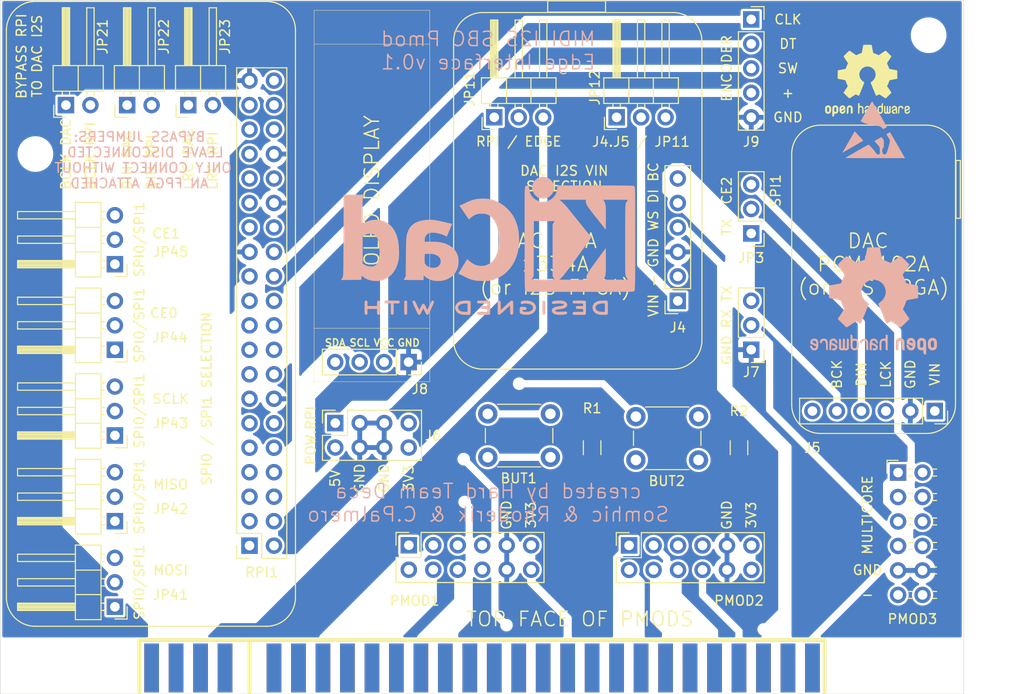
<source format=kicad_pcb>
(kicad_pcb (version 20211014) (generator pcbnew)
  (layers (0 "F.Cu" signal) (31 "B.Cu" signal) (34 "B.Paste" user) (35 "F.Paste" user) (36 "B.SilkS" user "B.Silkscreen") (37 "F.SilkS" user "F.Silkscreen") (38 "B.Mask" user) (39 "F.Mask" user) (44 "Edge.Cuts" user))
  (net 0 "")
  (net 1 "/B26_WSEL_LRCLK_I2S")
  (net 2 "/A27_DIN_I2S")
  (net 3 "/A8_PMOD1_D0")
  (net 4 "/B2_BCLK_I2S")
  (net 5 "/B16_UART_RX_MIDI")
  (net 6 "/B1_UART_TX")
  (net 11 "/SDA_RPI")
  (net 13 "/SCL_RPI")
  (net 14 "/PIMIDI_BUT5")
  (net 15 "/A2_SPI1_CE1")
  (net 23 "/A10_PMOD1_D2")
  (net 24 "/A12_PMOD1_D4")
  (net 25 "/A21_PMOD1_D6")
  (net 26 "/A9_PMOD1_D1")
  (net 27 "/A11_PMOD1_D3")
  (net 33 "/A20_PMOD1_D5")
  (net 34 "/A22_PMOD1_D7")
  (net 46 "/B27_PMOD2_D15")
  (net 48 "/3V3pi")
  (net 49 "/5Vpi")
  (net 50 "/B19_PMOD2_D13")
  (net 52 "GND")
  (net 58 "/B17_PMOD2_D11")
  (net 59 "/A24_PMOD2_D9")
  (net 60 "+3V3")
  (net 61 "/B24_PMOD2_D14")
  (net 62 "/B18_PMOD2_D12")
  (net 63 "/A25_PMOD2_D10")
  (net 64 "/A23_PMOD2_D8")
  (net 65 "/VIN")
  (net 66 "/B14_SPI1_CE0_CLKBD")
  (net 67 "/PIMIDI_BUT2")
  (net 68 "/PIMIDI_B3_CLK")
  (net 69 "/PIMIDI_B4_DAT")
  (net 70 "/A2_CE1")
  (net 71 "/B14_CE0_CLKBD")
  (net 72 "/A28_MISO_WSBD")
  (net 73 "/B1_SPI1_CE2")
  (net 74 "/A1_MOSI")
  (net 75 "/B13_SCLK_DABD")
  (net 76 "+5V")
  (net 77 "/A1_SPI0_MOSI")
  (net 78 "/B1_CE2_UART_TX")
  (net 79 "/A28_SPI0_MISO")
  (net 80 "/B13_SPI0_SCLK")
  (net 81 "/A2_SPI0_CE1")
  (net 82 "/A28_SPI1_MISO_WSBD")
  (net 83 "/A1_SPI1_MOSI")
  (net 84 "/B13_SPI1_SCLK_DABD")
  (net 85 "/B14_SPI0_CE0")
  (net 86 "Net-(BUT1-Pad1)")
  (net 87 "Net-(BUT2-Pad1)")
  (net 88 "/JP11_Vout")
  (footprint "Symbol:OSHW-Logo2_9.8x8mm_SilkScreen" (layer "F.Cu") (at 198.755 81.28)
    (fp_text reference "REF**" hide)
    (fp_text value "OSHW-Logo2_9.8x8mm_SilkScreen" hide)
  )
  (footprint "MountingHole:MountingHole_3.2mm_M3" (layer "F.Cu") (at 112.4 88.9)
    (fp_text reference "H2" hide)
    (fp_text value "MountingHole" hide)
    (pad "" np_thru_hole circle locked (at 0 0) (size 3.2 3.2) (drill 3.2) (layers *.Cu *.Mask))
  )
  (footprint "gomaDOSzero:2X28_SPE2" (layer "F.Cu") (at 124.46 142.24)
    (fp_text reference "EDGE1" hide)
    (fp_text value "ZXSP_ED2X28_SPE_SOL_EDGE" hide)
    (pad "A1" smd rect (at 0 0) (size 1.524 5.08) (layers "B.Cu" "B.Paste" "B.Mask") (net 74 "/A1_MOSI"))
    (pad "A2" smd rect (at 2.54 0) (size 1.524 5.08) (layers "B.Cu" "B.Paste" "B.Mask") (net 70 "/A2_CE1"))
    (pad "A3" smd rect (at 5.08 0) (size 1.524 5.08) (layers "B.Cu" "B.Paste" "B.Mask") (net 76 "+5V"))
    (pad "A4" smd rect (at 7.62 0) (size 1.524 5.08) (layers "B.Cu" "B.Paste" "B.Mask"))
    (pad "A6" smd rect (at 12.7 0) (size 1.524 5.08) (layers "B.Cu" "B.Paste" "B.Mask") (net 52 "GND"))
    (pad "A7" smd rect (at 15.24 0) (size 1.524 5.08) (layers "B.Cu" "B.Paste" "B.Mask") (net 52 "GND"))
    (pad "A8" smd rect (at 17.78 0) (size 1.524 5.08) (layers "B.Cu" "B.Paste" "B.Mask") (net 3 "/A8_PMOD1_D0"))
    (pad "A9" smd rect (at 20.32 0) (size 1.524 5.08) (layers "B.Cu" "B.Paste" "B.Mask") (net 26 "/A9_PMOD1_D1"))
    (pad "A10" smd rect (at 22.86 0) (size 1.524 5.08) (layers "B.Cu" "B.Paste" "B.Mask") (net 23 "/A10_PMOD1_D2"))
    (pad "A11" smd rect (at 25.4 0) (size 1.524 5.08) (layers "B.Cu" "B.Paste" "B.Mask") (net 27 "/A11_PMOD1_D3"))
    (pad "A12" smd rect (at 27.94 0) (size 1.524 5.08) (layers "B.Cu" "B.Paste" "B.Mask") (net 24 "/A12_PMOD1_D4"))
    (pad "A13" smd rect (at 30.48 0) (size 1.524 5.08) (layers "B.Cu" "B.Paste" "B.Mask"))
    (pad "A14" smd rect (at 33.02 0) (size 1.524 5.08) (layers "B.Cu" "B.Paste" "B.Mask") (net 52 "GND"))
    (pad "A15" smd rect (at 35.56 0) (size 1.524 5.08) (layers "B.Cu" "B.Paste" "B.Mask"))
    (pad "A16" smd rect (at 38.1 0) (size 1.524 5.08) (layers "B.Cu" "B.Paste" "B.Mask"))
    (pad "A17" smd rect (at 40.64 0) (size 1.524 5.08) (layers "B.Cu" "B.Paste" "B.Mask"))
    (pad "A18" smd rect (at 43.18 0) (size 1.524 5.08) (layers "B.Cu" "B.Paste" "B.Mask") (net 60 "+3V3"))
    (pad "A19" smd rect (at 45.72 0) (size 1.524 5.08) (layers "B.Cu" "B.Paste" "B.Mask"))
    (pad "A20" smd rect (at 48.26 0) (size 1.524 5.08) (layers "B.Cu" "B.Paste" "B.Mask") (net 33 "/A20_PMOD1_D5"))
    (pad "A21" smd rect (at 50.8 0) (size 1.524 5.08) (layers "B.Cu" "B.Paste" "B.Mask") (net 25 "/A21_PMOD1_D6"))
    (pad "A22" smd rect (at 53.34 0) (size 1.524 5.08) (layers "B.Cu" "B.Paste" "B.Mask") (net 34 "/A22_PMOD1_D7"))
    (pad "A23" smd rect (at 55.88 0) (size 1.524 5.08) (layers "B.Cu" "B.Paste" "B.Mask") (net 64 "/A23_PMOD2_D8"))
    (pad "A24" smd rect (at 58.42 0) (size 1.524 5.08) (layers "B.Cu" "B.Paste" "B.Mask") (net 59 "/A24_PMOD2_D9"))
    (pad "A25" smd rect (at 60.96 0) (size 1.524 5.08) (layers "B.Cu" "B.Paste" "B.Mask") (net 63 "/A25_PMOD2_D10"))
    (pad "A26" smd rect (at 63.5 0) (size 1.524 5.08) (layers "B.Cu" "B.Paste" "B.Mask"))
    (pad "A27" smd rect (at 66.04 0) (size 1.524 5.08) (layers "B.Cu" "B.Paste" "B.Mask") (net 2 "/A27_DIN_I2S"))
    (pad "A28" smd rect (at 68.58 0) (size 1.524 5.08) (layers "B.Cu" "B.Paste" "B.Mask") (net 72 "/A28_MISO_WSBD"))
    (pad "B1" smd rect (at 0 0) (size 1.524 5.08) (layers "F.Cu" "F.Paste" "F.Mask") (net 78 "/B1_CE2_UART_TX"))
    (pad "B2" smd rect (at 2.54 0) (size 1.524 5.08) (layers "F.Cu" "F.Paste" "F.Mask") (net 4 "/B2_BCLK_I2S"))
    (pad "B3" smd rect (at 5.08 0) (size 1.524 5.08) (layers "F.Cu" "F.Paste" "F.Mask"))
    (pad "B4" smd rect (at 7.62 0) (size 1.524 5.08) (layers "F.Cu" "F.Paste" "F.Mask"))
    (pad "B6" smd rect (at 12.7 0) (size 1.524 5.08) (layers "F.Cu" "F.Paste" "F.Mask"))
    (pad "B7" smd rect (at 15.24 0) (size 1.524 5.08) (layers "F.Cu" "F.Paste" "F.Mask"))
    (pad "B8" smd rect (at 17.78 0) (size 1.524 5.08) (layers "F.Cu" "F.Paste" "F.Mask"))
    (pad "B9" smd rect (at 20.32 0) (size 1.524 5.08) (layers "F.Cu" "F.Paste" "F.Mask"))
    (pad "B10" smd rect (at 22.86 0) (size 1.524 5.08) (layers "F.Cu" "F.Paste" "F.Mask"))
    (pad "B11" smd rect (at 25.4 0) (size 1.524 5.08) (layers "F.Cu" "F.Paste" "F.Mask"))
    (pad "B12" smd rect (at 27.94 0) (size 1.524 5.08) (layers "F.Cu" "F.Paste" "F.Mask"))
    (pad "B13" smd rect (at 30.48 0) (size 1.524 5.08) (layers "F.Cu" "F.Paste" "F.Mask") (net 75 "/B13_SCLK_DABD"))
    (pad "B14" smd rect (at 33.02 0) (size 1.524 5.08) (layers "F.Cu" "F.Paste" "F.Mask") (net 71 "/B14_CE0_CLKBD"))
    (pad "B15" smd rect (at 35.56 0) (size 1.524 5.08) (layers "F.Cu" "F.Paste" "F.Mask"))
    (pad "B16" smd rect (at 38.1 0) (size 1.524 5.08) (layers "F.Cu" "F.Paste" "F.Mask") (net 5 "/B16_UART_RX_MIDI"))
    (pad "B17" smd rect (at 40.64 0) (size 1.524 5.08) (layers "F.Cu" "F.Paste" "F.Mask") (net 58 "/B17_PMOD2_D11"))
    (pad "B18" smd rect (at 43.18 0) (size 1.524 5.08) (layers "F.Cu" "F.Paste" "F.Mask") (net 62 "/B18_PMOD2_D12"))
    (pad "B19" smd rect (at 45.72 0) (size 1.524 5.08) (layers "F.Cu" "F.Paste" "F.Mask") (net 50 "/B19_PMOD2_D13"))
    (pad "B20" smd rect (at 48.26 0) (size 1.524 5.08) (layers "F.Cu" "F.Paste" "F.Mask"))
    (pad "B21" smd rect (at 50.8 0) (size 1.524 5.08) (layers "F.Cu" "F.Paste" "F.Mask"))
    (pad "B22" smd rect (at 53.34 0) (size 1.524 5.08) (layers "F.Cu" "F.Paste" "F.Mask"))
    (pad "B23" smd rect (at 55.88 0) (size 1.524 5.08) (layers "F.Cu" "F.Paste" "F.Mask"))
    (pad "B24" smd rect (at 58.42 0) (size 1.524 5.08) (layers "F.Cu" "F.Paste" "F.Mask") (net 61 "/B24_PMOD2_D14"))
    (pad "B25" smd rect (at 60.96 0) (size 1.524 5.08) (layers "F.Cu" "F.Paste" "F.Mask"))
    (pad "B26" smd rect (at 63.5 0) (size 1.524 5.08) (layers "F.Cu" "F.Paste" "F.Mask") (net 1 "/B26_WSEL_LRCLK_I2S"))
    (pad "B27" smd rect (at 66.04 0) (size 1.524 5.08) (layers "F.Cu" "F.Paste" "F.Mask") (net 46 "/B27_PMOD2_D15"))
    (pad "B28" smd rect (at 68.58 0) (size 1.524 5.08) (layers "F.Cu" "F.Paste" "F.Mask"))
  )
  (footprint "Button_Switch_THT:SW_PUSH_6mm_H5mm" (layer "F.Cu") (at 165.85 120.37 180)
    (fp_text reference "BUT1" (at 3.29 -2.185) (layer "F.SilkS"))
    (fp_text value "SW_DIP_x01" hide)
    (pad "1" thru_hole circle locked (at 6.5 0 270) (size 2 2) (drill 1.1) (layers *.Cu *.Mask) (net 86 "Net-(BUT1-Pad1)"))
    (pad "1" thru_hole circle locked (at 0 0 270) (size 2 2) (drill 1.1) (layers *.Cu *.Mask) (net 86 "Net-(BUT1-Pad1)"))
    (pad "2" thru_hole circle locked (at 6.5 4.5 270) (size 2 2) (drill 1.1) (layers *.Cu *.Mask) (net 15 "/A2_SPI1_CE1"))
    (pad "2" thru_hole circle locked (at 0 4.5 270) (size 2 2) (drill 1.1) (layers *.Cu *.Mask) (net 15 "/A2_SPI1_CE1"))
  )
  (footprint "Connector_PinHeader_2.54mm:PinHeader_1x03_P2.54mm_Horizontal" (layer "F.Cu") (at 120.65 100.33 180)
    (fp_text reference "JP45" (at -5.785 1.27) (layer "F.SilkS"))
    (fp_text value "Conn_01x03" hide)
    (pad "1" thru_hole rect locked (at 0 0 180) (size 1.7 1.7) (drill 1) (layers *.Cu *.Mask) (net 81 "/A2_SPI0_CE1"))
    (pad "2" thru_hole oval locked (at 0 2.54 180) (size 1.7 1.7) (drill 1) (layers *.Cu *.Mask) (net 70 "/A2_CE1"))
    (pad "3" thru_hole oval locked (at 0 5.08 180) (size 1.7 1.7) (drill 1) (layers *.Cu *.Mask) (net 15 "/A2_SPI1_CE1"))
  )
  (footprint "gomaDOSzero:PCM5102" (layer "F.Cu") (at 193.04 115.57 90)
    (fp_text reference "J5" (at -3.81 0 180) (layer "F.SilkS"))
    (fp_text value "Conn_01x06" hide)
    (pad "1" thru_hole rect (at 0 12.7 270) (size 1.7 1.7) (drill 1) (layers *.Cu *.Mask) (net 65 "/VIN"))
    (pad "2" thru_hole oval (at 0 10.16 270) (size 1.7 1.7) (drill 1) (layers *.Cu *.Mask) (net 52 "GND"))
    (pad "3" thru_hole oval (at 0 7.62 270) (size 1.7 1.7) (drill 1) (layers *.Cu *.Mask) (net 1 "/B26_WSEL_LRCLK_I2S"))
    (pad "4" thru_hole oval (at 0 5.08 270) (size 1.7 1.7) (drill 1) (layers *.Cu *.Mask) (net 2 "/A27_DIN_I2S"))
    (pad "5" thru_hole oval (at 0 2.54 270) (size 1.7 1.7) (drill 1) (layers *.Cu *.Mask) (net 4 "/B2_BCLK_I2S"))
    (pad "6" thru_hole oval (at 0 0 270) (size 1.7 1.7) (drill 1) (layers *.Cu *.Mask))
  )
  (footprint "Resistor_SMD:R_1206_3216Metric_Pad1.30x1.75mm_HandSolder" (layer "F.Cu") (at 170.18 119.38 90)
    (fp_text reference "R1" (at 4.09 0 180) (layer "F.SilkS"))
    (fp_text value "1k")
    (pad "1" smd roundrect locked (at -1.55 0 90) (size 1.3 1.75) (layers "F.Cu" "F.Paste" "F.Mask") (roundrect_rratio 0.192308) (net 52 "GND"))
    (pad "2" smd roundrect locked (at 1.55 0 90) (size 1.3 1.75) (layers "F.Cu" "F.Paste" "F.Mask") (roundrect_rratio 0.192308) (net 86 "Net-(BUT1-Pad1)"))
  )
  (footprint "Button_Switch_THT:SW_PUSH_6mm_H5mm" (layer "F.Cu") (at 181.22 120.65 180)
    (fp_text reference "BUT2" (at 3.29 -2.185) (layer "F.SilkS"))
    (fp_text value "SW_DIP_x01" hide)
    (pad "1" thru_hole circle locked (at 6.5 0 270) (size 2 2) (drill 1.1) (layers *.Cu *.Mask) (net 87 "Net-(BUT2-Pad1)"))
    (pad "1" thru_hole circle locked (at 0 0 270) (size 2 2) (drill 1.1) (layers *.Cu *.Mask) (net 87 "Net-(BUT2-Pad1)"))
    (pad "2" thru_hole circle locked (at 0 4.5 270) (size 2 2) (drill 1.1) (layers *.Cu *.Mask) (net 67 "/PIMIDI_BUT2"))
    (pad "2" thru_hole circle locked (at 6.5 4.5 270) (size 2 2) (drill 1.1) (layers *.Cu *.Mask) (net 67 "/PIMIDI_BUT2"))
  )
  (footprint "Connector_PinHeader_2.54mm:PinHeader_1x03_P2.54mm_Horizontal" (layer "F.Cu") (at 120.65 118.11 180)
    (fp_text reference "JP43" (at -5.785 1.27) (layer "F.SilkS"))
    (fp_text value "Conn_01x03" hide)
    (pad "1" thru_hole rect locked (at 0 0 180) (size 1.7 1.7) (drill 1) (layers *.Cu *.Mask) (net 80 "/B13_SPI0_SCLK"))
    (pad "2" thru_hole oval locked (at 0 2.54 180) (size 1.7 1.7) (drill 1) (layers *.Cu *.Mask) (net 75 "/B13_SCLK_DABD"))
    (pad "3" thru_hole oval locked (at 0 5.08 180) (size 1.7 1.7) (drill 1) (layers *.Cu *.Mask) (net 84 "/B13_SPI1_SCLK_DABD"))
  )
  (footprint "Connector_PinHeader_2.54mm:PinHeader_1x03_P2.54mm_Horizontal" (layer "F.Cu") (at 120.65 109.22 180)
    (fp_text reference "JP44" (at -5.715 1.27) (layer "F.SilkS"))
    (fp_text value "Conn_01x03" hide)
    (pad "1" thru_hole rect locked (at 0 0 180) (size 1.7 1.7) (drill 1) (layers *.Cu *.Mask) (net 85 "/B14_SPI0_CE0"))
    (pad "2" thru_hole oval locked (at 0 2.54 180) (size 1.7 1.7) (drill 1) (layers *.Cu *.Mask) (net 71 "/B14_CE0_CLKBD"))
    (pad "3" thru_hole oval locked (at 0 5.08 180) (size 1.7 1.7) (drill 1) (layers *.Cu *.Mask) (net 66 "/B14_SPI1_CE0_CLKBD"))
  )
  (footprint "Connector_PinSocket_2.54mm:PinSocket_2x06_P2.54mm_Vertical" (layer "F.Cu") (at 151.155 129.5 90)
    (fp_text reference "J1" hide)
    (fp_text value "PMOD1" (at -5.755 0.61 180) (layer "F.SilkS"))
    (pad "1" thru_hole rect locked (at 0 0 90) (size 1.7 1.7) (drill 1) (layers *.Cu *.Mask) (net 3 "/A8_PMOD1_D0"))
    (pad "2" thru_hole oval locked (at -2.54 0 90) (size 1.7 1.7) (drill 1) (layers *.Cu *.Mask) (net 26 "/A9_PMOD1_D1"))
    (pad "3" thru_hole oval locked (at 0 2.54 90) (size 1.7 1.7) (drill 1) (layers *.Cu *.Mask) (net 23 "/A10_PMOD1_D2"))
    (pad "4" thru_hole oval locked (at -2.54 2.54 90) (size 1.7 1.7) (drill 1) (layers *.Cu *.Mask) (net 27 "/A11_PMOD1_D3"))
    (pad "5" thru_hole oval locked (at 0 5.08 90) (size 1.7 1.7) (drill 1) (layers *.Cu *.Mask) (net 58 "/B17_PMOD2_D11"))
    (pad "6" thru_hole oval locked (at -2.54 5.08 90) (size 1.7 1.7) (drill 1) (layers *.Cu *.Mask) (net 24 "/A12_PMOD1_D4"))
    (pad "7" thru_hole oval locked (at 0 7.62 90) (size 1.7 1.7) (drill 1) (layers *.Cu *.Mask) (net 50 "/B19_PMOD2_D13"))
    (pad "8" thru_hole oval locked (at -2.54 7.62 90) (size 1.7 1.7) (drill 1) (layers *.Cu *.Mask) (net 62 "/B18_PMOD2_D12"))
    (pad "9" thru_hole oval locked (at 0 10.16 90) (size 1.7 1.7) (drill 1) (layers *.Cu *.Mask) (net 52 "GND"))
    (pad "10" thru_hole oval locked (at -2.54 10.16 90) (size 1.7 1.7) (drill 1) (layers *.Cu *.Mask) (net 52 "GND"))
    (pad "11" thru_hole oval locked (at 0 12.7 90) (size 1.7 1.7) (drill 1) (layers *.Cu *.Mask) (net 60 "+3V3"))
    (pad "12" thru_hole oval locked (at -2.54 12.7 90) (size 1.7 1.7) (drill 1) (layers *.Cu *.Mask) (net 60 "+3V3"))
  )
  (footprint "Connector_PinSocket_2.54mm:PinSocket_2x06_P2.54mm_Vertical" (layer "F.Cu") (at 174.015 129.52 90)
    (fp_text reference "J2" hide)
    (fp_text value "PMOD2" (at -5.735 11.405 180) (layer "F.SilkS"))
    (pad "1" thru_hole rect locked (at 0 0 90) (size 1.7 1.7) (drill 1) (layers *.Cu *.Mask) (net 33 "/A20_PMOD1_D5"))
    (pad "2" thru_hole oval locked (at -2.54 0 90) (size 1.7 1.7) (drill 1) (layers *.Cu *.Mask) (net 25 "/A21_PMOD1_D6"))
    (pad "3" thru_hole oval locked (at 0 2.54 90) (size 1.7 1.7) (drill 1) (layers *.Cu *.Mask) (net 64 "/A23_PMOD2_D8"))
    (pad "4" thru_hole oval locked (at -2.54 2.54 90) (size 1.7 1.7) (drill 1) (layers *.Cu *.Mask) (net 34 "/A22_PMOD1_D7"))
    (pad "5" thru_hole oval locked (at 0 5.08 90) (size 1.7 1.7) (drill 1) (layers *.Cu *.Mask) (net 61 "/B24_PMOD2_D14"))
    (pad "6" thru_hole oval locked (at -2.54 5.08 90) (size 1.7 1.7) (drill 1) (layers *.Cu *.Mask) (net 59 "/A24_PMOD2_D9"))
    (pad "7" thru_hole oval locked (at 0 7.62 90) (size 1.7 1.7) (drill 1) (layers *.Cu *.Mask) (net 46 "/B27_PMOD2_D15"))
    (pad "8" thru_hole oval locked (at -2.54 7.62 90) (size 1.7 1.7) (drill 1) (layers *.Cu *.Mask) (net 63 "/A25_PMOD2_D10"))
    (pad "9" thru_hole oval locked (at 0 10.16 90) (size 1.7 1.7) (drill 1) (layers *.Cu *.Mask) (net 52 "GND"))
    (pad "10" thru_hole oval locked (at -2.54 10.16 90) (size 1.7 1.7) (drill 1) (layers *.Cu *.Mask) (net 52 "GND"))
    (pad "11" thru_hole oval locked (at 0 12.7 90) (size 1.7 1.7) (drill 1) (layers *.Cu *.Mask) (net 60 "+3V3"))
    (pad "12" thru_hole oval locked (at -2.54 12.7 90) (size 1.7 1.7) (drill 1) (layers *.Cu *.Mask) (net 60 "+3V3"))
  )
  (footprint "gomaDOSzero:UDA1334" (layer "F.Cu") (at 179.07 104.14 180)
    (fp_text reference "J4" (at 0 -2.77 180) (layer "F.SilkS"))
    (fp_text value "Conn_01x06" hide)
    (fp_text user "VIN - GND WS DI BC" (at 2.54 6.35 90 unlocked) (layer "F.SilkS"))
    (pad "1" thru_hole rect (at 0 0 180) (size 1.7 1.7) (drill 1) (layers *.Cu *.Mask) (net 65 "/VIN"))
    (pad "2" thru_hole oval (at 0 2.54 180) (size 1.7 1.7) (drill 1) (layers *.Cu *.Mask))
    (pad "3" thru_hole oval (at 0 5.08 180) (size 1.7 1.7) (drill 1) (layers *.Cu *.Mask) (net 52 "GND"))
    (pad "4" thru_hole oval (at 0 7.62 180) (size 1.7 1.7) (drill 1) (layers *.Cu *.Mask) (net 1 "/B26_WSEL_LRCLK_I2S"))
    (pad "5" thru_hole oval (at 0 10.16 180) (size 1.7 1.7) (drill 1) (layers *.Cu *.Mask) (net 2 "/A27_DIN_I2S"))
    (pad "6" thru_hole oval (at 0 12.7 180) (size 1.7 1.7) (drill 1) (layers *.Cu *.Mask) (net 4 "/B2_BCLK_I2S"))
  )
  (footprint "Connector_PinHeader_2.54mm:PinHeader_1x03_P2.54mm_Vertical" (layer "F.Cu") (at 186.69 97.14 180)
    (fp_text reference "JP3" (at 0 -2.54) (layer "F.SilkS"))
    (fp_text value "Conn_01x03" hide)
    (pad "1" thru_hole rect locked (at 0 0 180) (size 1.7 1.7) (drill 1) (layers *.Cu *.Mask) (net 6 "/B1_UART_TX"))
    (pad "2" thru_hole oval locked (at 0 2.54 180) (size 1.7 1.7) (drill 1) (layers *.Cu *.Mask) (net 78 "/B1_CE2_UART_TX"))
    (pad "3" thru_hole oval locked (at 0 5.08 180) (size 1.7 1.7) (drill 1) (layers *.Cu *.Mask) (net 73 "/B1_SPI1_CE2"))
  )
  (footprint "Connector_PinHeader_2.54mm:PinHeader_1x03_P2.54mm_Horizontal" (layer "F.Cu") (at 172.72 85.09 90)
    (fp_text reference "JP12" (at 3.08 -2.27 90) (layer "F.SilkS"))
    (fp_text value "Conn_01x03" hide)
    (pad "1" thru_hole rect locked (at 0 0 90) (size 1.7 1.7) (drill 1) (layers *.Cu *.Mask) (net 65 "/VIN"))
    (pad "2" thru_hole oval locked (at 0 2.54 90) (size 1.7 1.7) (drill 1) (layers *.Cu *.Mask) (net 65 "/VIN"))
    (pad "3" thru_hole oval locked (at 0 5.08 90) (size 1.7 1.7) (drill 1) (layers *.Cu *.Mask) (net 88 "/JP11_Vout"))
  )
  (footprint "Connector_PinHeader_2.54mm:PinHeader_1x03_P2.54mm_Vertical" (layer "F.Cu") (at 186.69 109.205 180)
    (fp_text reference "J7" (at 0 -2.33) (layer "F.SilkS"))
    (fp_text value "Conn_01x03" hide)
    (pad "1" thru_hole rect locked (at 0 0 180) (size 1.7 1.7) (drill 1) (layers *.Cu *.Mask) (net 52 "GND"))
    (pad "2" thru_hole oval locked (at 0 2.54 180) (size 1.7 1.7) (drill 1) (layers *.Cu *.Mask) (net 5 "/B16_UART_RX_MIDI"))
    (pad "3" thru_hole oval locked (at 0 5.08 180) (size 1.7 1.7) (drill 1) (layers *.Cu *.Mask) (net 6 "/B1_UART_TX"))
  )
  (footprint "Connector_PinHeader_2.54mm:PinHeader_1x02_P2.54mm_Horizontal" (layer "F.Cu") (at 128.27 83.82 90)
    (fp_text reference "JP23" (at 7.1 3.81 270) (layer "F.SilkS"))
    (fp_text value "Conn_01x02" hide)
    (pad "1" thru_hole rect locked (at 0 0 90) (size 1.7 1.7) (drill 1) (layers *.Cu *.Mask) (net 1 "/B26_WSEL_LRCLK_I2S"))
    (pad "2" thru_hole oval locked (at 0 2.54 90) (size 1.7 1.7) (drill 1) (layers *.Cu *.Mask) (net 82 "/A28_SPI1_MISO_WSBD"))
  )
  (footprint "Connector_PinSocket_2.54mm:PinSocket_2x20_P2.54mm_Vertical" (layer "F.Cu") (at 134.62 129.54 180)
    (fp_text reference "RPI1" (at -1.27 -2.77) (layer "F.SilkS"))
    (fp_text value "RASPBERRYPI_BPLUS_BONNETNODIM" hide)
    (pad "1" thru_hole rect (at 0 0 180) (size 1.7 1.7) (drill 1) (layers *.Cu *.Mask) (net 48 "/3V3pi"))
    (pad "2" thru_hole oval (at -2.54 0 180) (size 1.7 1.7) (drill 1) (layers *.Cu *.Mask) (net 49 "/5Vpi"))
    (pad "3" thru_hole oval (at 0 2.54 180) (size 1.7 1.7) (drill 1) (layers *.Cu *.Mask) (net 11 "/SDA_RPI"))
    (pad "4" thru_hole oval (at -2.54 2.54 180) (size 1.7 1.7) (drill 1) (layers *.Cu *.Mask) (net 49 "/5Vpi"))
    (pad "5" thru_hole oval (at 0 5.08 180) (size 1.7 1.7) (drill 1) (layers *.Cu *.Mask) (net 13 "/SCL_RPI"))
    (pad "6" thru_hole oval (at -2.54 5.08 180) (size 1.7 1.7) (drill 1) (layers *.Cu *.Mask) (net 52 "GND"))
    (pad "7" thru_hole oval (at 0 7.62 180) (size 1.7 1.7) (drill 1) (layers *.Cu *.Mask) (net 14 "/PIMIDI_BUT5"))
    (pad "8" thru_hole oval (at -2.54 7.62 180) (size 1.7 1.7) (drill 1) (layers *.Cu *.Mask) (net 6 "/B1_UART_TX"))
    (pad "9" thru_hole oval (at 0 10.16 180) (size 1.7 1.7) (drill 1) (layers *.Cu *.Mask) (net 52 "GND"))
    (pad "10" thru_hole oval (at -2.54 10.16 180) (size 1.7 1.7) (drill 1) (layers *.Cu *.Mask) (net 5 "/B16_UART_RX_MIDI"))
    (pad "11" thru_hole oval (at 0 12.7 180) (size 1.7 1.7) (drill 1) (layers *.Cu *.Mask) (net 15 "/A2_SPI1_CE1"))
    (pad "12" thru_hole oval (at -2.54 12.7 180) (size 1.7 1.7) (drill 1) (layers *.Cu *.Mask) (net 66 "/B14_SPI1_CE0_CLKBD"))
    (pad "13" thru_hole oval (at 0 15.24 180) (size 1.7 1.7) (drill 1) (layers *.Cu *.Mask) (net 67 "/PIMIDI_BUT2"))
    (pad "14" thru_hole oval (at -2.54 15.24 180) (size 1.7 1.7) (drill 1) (layers *.Cu *.Mask) (net 52 "GND"))
    (pad "15" thru_hole oval (at 0 17.78 180) (size 1.7 1.7) (drill 1) (layers *.Cu *.Mask) (net 68 "/PIMIDI_B3_CLK"))
    (pad "16" thru_hole oval (at -2.54 17.78 180) (size 1.7 1.7) (drill 1) (layers *.Cu *.Mask) (net 69 "/PIMIDI_B4_DAT"))
    (pad "17" thru_hole oval (at 0 20.32 180) (size 1.7 1.7) (drill 1) (layers *.Cu *.Mask) (net 48 "/3V3pi"))
    (pad "18" thru_hole oval (at -2.54 20.32 180) (size 1.7 1.7) (drill 1) (layers *.Cu *.Mask))
    (pad "19" thru_hole oval (at 0 22.86 180) (size 1.7 1.7) (drill 1) (layers *.Cu *.Mask) (net 77 "/A1_SPI0_MOSI"))
    (pad "20" thru_hole oval (at -2.54 22.86 180) (size 1.7 1.7) (drill 1) (layers *.Cu *.Mask) (net 52 "GND"))
    (pad "21" thru_hole oval (at 0 25.4 180) (size 1.7 1.7) (drill 1) (layers *.Cu *.Mask) (net 79 "/A28_SPI0_MISO"))
    (pad "22" thru_hole oval (at -2.54 25.4 180) (size 1.7 1.7) (drill 1) (layers *.Cu *.Mask))
    (pad "23" thru_hole oval (at 0 27.94 180) (size 1.7 1.7) (drill 1) (layers *.Cu *.Mask) (net 80 "/B13_SPI0_SCLK"))
    (pad "24" thru_hole oval (at -2.54 27.94 180) (size 1.7 1.7) (drill 1) (layers *.Cu *.Mask) (net 85 "/B14_SPI0_CE0"))
    (pad "25" thru_hole oval (at 0 30.48 180) (size 1.7 1.7) (drill 1) (layers *.Cu *.Mask) (net 52 "GND"))
    (pad "26" thru_hole oval (at -2.54 30.48 180) (size 1.7 1.7) (drill 1) (layers *.Cu *.Mask) (net 81 "/A2_SPI0_CE1"))
    (pad "27" thru_hole oval (at 0 33.02 180) (size 1.7 1.7) (drill 1) (layers *.Cu *.Mask))
    (pad "28" thru_hole oval (at -2.54 33.02 180) (size 1.7 1.7) (drill 1) (layers *.Cu *.Mask))
    (pad "29" thru_hole oval (at 0 35.56 180) (size 1.7 1.7) (drill 1) (layers *.Cu *.Mask))
    (pad "30" thru_hole oval (at -2.54 35.56 180) (size 1.7 1.7) (drill 1) (layers *.Cu *.Mask) (net 52 "GND"))
    (pad "31" thru_hole oval (at 0 38.1 180) (size 1.7 1.7) (drill 1) (layers *.Cu *.Mask))
    (pad "32" thru_hole oval (at -2.54 38.1 180) (size 1.7 1.7) (drill 1) (layers *.Cu *.Mask))
    (pad "33" thru_hole oval (at 0 40.64 180) (size 1.7 1.7) (drill 1) (layers *.Cu *.Mask))
    (pad "34" thru_hole oval (at -2.54 40.64 180) (size 1.7 1.7) (drill 1) (layers *.Cu *.Mask) (net 52 "GND"))
    (pad "35" thru_hole oval (at 0 43.18 180) (size 1.7 1.7) (drill 1) (layers *.Cu *.Mask) (net 82 "/A28_SPI1_MISO_WSBD"))
    (pad "36" thru_hole oval (at -2.54 43.18 180) (size 1.7 1.7) (drill 1) (layers *.Cu *.Mask) (net 73 "/B1_SPI1_CE2"))
    (pad "37" thru_hole oval (at 0 45.72 180) (size 1.7 1.7) (drill 1) (layers *.Cu *.Mask))
    (pad "38" thru_hole oval (at -2.54 45.72 180) (size 1.7 1.7) (drill 1) (layers *.Cu *.Mask) (net 83 "/A1_SPI1_MOSI"))
    (pad "39" thru_hole oval (at 0 48.26 180) (size 1.7 1.7) (drill 1) (layers *.Cu *.Mask) (net 52 "GND"))
    (pad "40" thru_hole oval (at -2.54 48.26 180) (size 1.7 1.7) (drill 1) (layers *.Cu *.Mask) (net 84 "/B13_SPI1_SCLK_DABD"))
  )
  (footprint "MountingHole:MountingHole_3.2mm_M3" (layer "F.Cu") (at 205.1 76.5687)
    (fp_text reference "H1" hide)
    (fp_text value "MountingHole" hide)
    (pad "" np_thru_hole circle locked (at 0 0) (size 3.2 3.2) (drill 3.2) (layers *.Cu *.Mask))
  )
  (footprint "Connector_PinHeader_2.54mm:PinHeader_1x03_P2.54mm_Horizontal" (layer "F.Cu") (at 120.65 127 180)
    (fp_text reference "JP42" (at -5.785 1.255) (layer "F.SilkS"))
    (fp_text value "Conn_01x03" hide)
    (pad "1" thru_hole rect locked (at 0 0 180) (size 1.7 1.7) (drill 1) (layers *.Cu *.Mask) (net 79 "/A28_SPI0_MISO"))
    (pad "2" thru_hole oval locked (at 0 2.54 180) (size 1.7 1.7) (drill 1) (layers *.Cu *.Mask) (net 72 "/A28_MISO_WSBD"))
    (pad "3" thru_hole oval locked (at 0 5.08 180) (size 1.7 1.7) (drill 1) (layers *.Cu *.Mask) (net 82 "/A28_SPI1_MISO_WSBD"))
  )
  (footprint "MountingHole:MountingHole_3.2mm_M3" (layer "F.Cu") (at 205.1 141.3)
    (fp_text reference "H3" hide)
    (fp_text value "MountingHole" hide)
    (pad "" np_thru_hole circle locked (at 0 0) (size 3.2 3.2) (drill 3.2) (layers *.Cu *.Mask))
  )
  (footprint "Connector_PinHeader_2.54mm:PinHeader_1x02_P2.54mm_Horizontal" (layer "F.Cu") (at 121.92 83.82 90)
    (fp_text reference "JP22" (at 7.1 3.81 270) (layer "F.SilkS"))
    (fp_text value "Conn_01x02" hide)
    (pad "1" thru_hole rect locked (at 0 0 90) (size 1.7 1.7) (drill 1) (layers *.Cu *.Mask) (net 2 "/A27_DIN_I2S"))
    (pad "2" thru_hole oval locked (at 0 2.54 90) (size 1.7 1.7) (drill 1) (layers *.Cu *.Mask) (net 84 "/B13_SPI1_SCLK_DABD"))
  )
  (footprint "Resistor_SMD:R_1206_3216Metric_Pad1.30x1.75mm_HandSolder" (layer "F.Cu") (at 185.42 119.38 90)
    (fp_text reference "R2" (at 3.81 0 180) (layer "F.SilkS"))
    (fp_text value "1k")
    (pad "1" smd roundrect locked (at -1.55 0 90) (size 1.3 1.75) (layers "F.Cu" "F.Paste" "F.Mask") (roundrect_rratio 0.192308) (net 52 "GND"))
    (pad "2" smd roundrect locked (at 1.55 0 90) (size 1.3 1.75) (layers "F.Cu" "F.Paste" "F.Mask") (roundrect_rratio 0.192308) (net 87 "Net-(BUT2-Pad1)"))
  )
  (footprint "Connector_PinSocket_2.54mm:PinSocket_2x04_P2.54mm_Vertical" (layer "F.Cu") (at 143.52 116.82 90)
    (fp_text reference "J6" (at -1.29 10.15 180) (layer "F.SilkS"))
    (fp_text value "Conn_02x04_Top_Bottom" hide)
    (pad "1" thru_hole rect locked (at 0 0 90) (size 1.7 1.7) (drill 1) (layers *.Cu *.Mask) (net 49 "/5Vpi"))
    (pad "2" thru_hole oval locked (at -2.54 0 90) (size 1.7 1.7) (drill 1) (layers *.Cu *.Mask) (net 49 "/5Vpi"))
    (pad "3" thru_hole oval locked (at 0 2.54 90) (size 1.7 1.7) (drill 1) (layers *.Cu *.Mask) (net 52 "GND"))
    (pad "4" thru_hole oval locked (at -2.54 2.54 90) (size 1.7 1.7) (drill 1) (layers *.Cu *.Mask) (net 52 "GND"))
    (pad "5" thru_hole oval locked (at 0 5.08 90) (size 1.7 1.7) (drill 1) (layers *.Cu *.Mask) (net 52 "GND"))
    (pad "6" thru_hole oval locked (at -2.54 5.08 90) (size 1.7 1.7) (drill 1) (layers *.Cu *.Mask) (net 52 "GND"))
    (pad "7" thru_hole oval locked (at 0 7.62 90) (size 1.7 1.7) (drill 1) (layers *.Cu *.Mask) (net 48 "/3V3pi"))
    (pad "8" thru_hole oval locked (at -2.54 7.62 90) (size 1.7 1.7) (drill 1) (layers *.Cu *.Mask) (net 48 "/3V3pi"))
  )
  (footprint "Connector_PinHeader_2.54mm:PinHeader_1x02_P2.54mm_Horizontal" (layer "F.Cu") (at 115.57 83.82 90)
    (fp_text reference "JP21" (at 7.1 3.81 90) (layer "F.SilkS"))
    (fp_text value "Conn_01x02" hide)
    (pad "1" thru_hole rect locked (at 0 0 90) (size 1.7 1.7) (drill 1) (layers *.Cu *.Mask) (net 4 "/B2_BCLK_I2S"))
    (pad "2" thru_hole oval locked (at 0 2.54 90) (size 1.7 1.7) (drill 1) (layers *.Cu *.Mask) (net 66 "/B14_SPI1_CE0_CLKBD"))
  )
  (footprint "Connector_PinSocket_2.54mm:PinSocket_1x05_P2.54mm_Vertical" (layer "F.Cu") (at 186.69 74.93)
    (fp_text reference "J9" (at 0 12.7) (layer "F.SilkS"))
    (fp_text value "Conn_01x05" hide)
    (pad "1" thru_hole rect locked (at 0 0) (size 1.7 1.7) (drill 1) (layers *.Cu *.Mask) (net 68 "/PIMIDI_B3_CLK"))
    (pad "2" thru_hole oval locked (at 0 2.54) (size 1.7 1.7) (drill 1) (layers *.Cu *.Mask) (net 69 "/PIMIDI_B4_DAT"))
    (pad "3" thru_hole oval locked (at 0 5.08) (size 1.7 1.7) (drill 1) (layers *.Cu *.Mask) (net 14 "/PIMIDI_BUT5"))
    (pad "4" thru_hole oval locked (at 0 7.62) (size 1.7 1.7) (drill 1) (layers *.Cu *.Mask) (net 48 "/3V3pi"))
    (pad "5" thru_hole oval locked (at 0 10.16) (size 1.7 1.7) (drill 1) (layers *.Cu *.Mask) (net 52 "GND"))
  )
  (footprint "MountingHole:MountingHole_3.2mm_M3" (layer "F.Cu") (at 112.4 141.3)
    (fp_text reference "H4" hide)
    (fp_text value "MountingHole" hide)
    (pad "" np_thru_hole circle locked (at 0 0) (size 3.2 3.2) (drill 3.2) (layers *.Cu *.Mask))
  )
  (footprint "gomaDOSzero:OLED_091_DISPLAY" (layer "F.Cu") (at 151.13 110.49 -90)
    (fp_text reference "J8" (at 2.81 -1.17 180) (layer "F.SilkS"))
    (fp_text value "Conn_01x04" hide)
    (fp_text user "SCL" (at -2 5.08) (layer "F.SilkS") (effects (font (size 0.75 0.75))))
    (fp_text user "SDA" (at -2 7.62) (layer "F.SilkS") (effects (font (size 0.75 0.75))))
    (fp_text user "VCC" (at -2 2.54) (layer "F.SilkS") (effects (font (size 0.75 0.75))))
    (fp_text user "OLED DISPLAY" (at -17.78 3.81 90) (layer "F.SilkS") (effects (font (size 1.5 1.5))))
    (fp_text user "GND" (at -2 0) (layer "F.SilkS") (effects (font (size 0.75 0.75))))
    (pad "1" thru_hole rect (at 0 0 270) (size 1.7 1.7) (drill 1) (layers *.Cu *.Mask) (net 52 "GND"))
    (pad "2" thru_hole oval (at 0 2.54 270) (size 1.7 1.7) (drill 1) (layers *.Cu *.Mask) (net 48 "/3V3pi"))
    (pad "3" thru_hole oval (at 0 5.08 270) (size 1.7 1.7) (drill 1) (layers *.Cu *.Mask) (net 13 "/SCL_RPI"))
    (pad "4" thru_hole oval (at 0 7.62 270) (size 1.7 1.7) (drill 1) (layers *.Cu *.Mask) (net 11 "/SDA_RPI"))
  )
  (footprint "gomaDOSzero:PMOD_Female_Horizontal_2" (layer "F.Cu") (at 201.93 134.655 180)
    (fp_text reference "J3" hide)
    (fp_text value "PMOD3" (at -1.49 -2.505) (layer "F.SilkS"))
    (pad "1" thru_hole rect (at 0 12.7 180) (size 1.7 1.7) (drill 1) (layers *.Cu *.Mask) (net 72 "/A28_MISO_WSBD"))
    (pad "2" thru_hole oval (at 0 10.16 180) (size 1.7 1.7) (drill 1) (layers *.Cu *.Mask) (net 75 "/B13_SCLK_DABD"))
    (pad "3" thru_hole oval (at 0 7.62 180) (size 1.7 1.7) (drill 1) (layers *.Cu *.Mask) (net 71 "/B14_CE0_CLKBD"))
    (pad "4" thru_hole oval (at 0 5.08 180) (size 1.7 1.7) (drill 1) (layers *.Cu *.Mask) (net 5 "/B16_UART_RX_MIDI"))
    (pad "5" thru_hole oval (at 0 2.54 180) (size 1.7 1.7) (drill 1) (layers *.Cu *.Mask) (net 52 "GND"))
    (pad "6" thru_hole oval (at 0 0 180) (size 1.7 1.7) (drill 1) (layers *.Cu *.Mask))
    (pad "7" thru_hole oval (at -2.54 12.7 180) (size 1.7 1.7) (drill 1) (layers *.Cu *.Mask) (net 74 "/A1_MOSI"))
    (pad "8" thru_hole oval (at -2.54 10.16 180) (size 1.7 1.7) (drill 1) (layers *.Cu *.Mask) (net 70 "/A2_CE1"))
    (pad "9" thru_hole oval (at -2.54 7.62 180) (size 1.7 1.7) (drill 1) (layers *.Cu *.Mask) (net 73 "/B1_SPI1_CE2"))
    (pad "10" thru_hole oval (at -2.54 5.08 180) (size 1.7 1.7) (drill 1) (layers *.Cu *.Mask) (net 6 "/B1_UART_TX"))
    (pad "11" thru_hole oval (at -2.54 2.54 180) (size 1.7 1.7) (drill 1) (layers *.Cu *.Mask) (net 52 "GND"))
    (pad "12" thru_hole oval (at -2.54 0 180) (size 1.7 1.7) (drill 1) (layers *.Cu *.Mask))
  )
  (footprint "Connector_PinHeader_2.54mm:PinHeader_1x03_P2.54mm_Horizontal" (layer "F.Cu") (at 160.02 85.09 90)
    (fp_text reference "JP11" (at 2.945 -2.555 90) (layer "F.SilkS"))
    (fp_text value "Conn_01x03" hide)
    (pad "1" thru_hole rect locked (at 0 0 90) (size 1.7 1.7) (drill 1) (layers *.Cu *.Mask) (net 49 "/5Vpi"))
    (pad "2" thru_hole oval locked (at 0 2.54 90) (size 1.7 1.7) (drill 1) (layers *.Cu *.Mask) (net 88 "/JP11_Vout"))
    (pad "3" thru_hole oval locked (at 0 5.08 90) (size 1.7 1.7) (drill 1) (layers *.Cu *.Mask) (net 76 "+5V"))
  )
  (footprint "Connector_PinHeader_2.54mm:PinHeader_1x03_P2.54mm_Horizontal" (layer "F.Cu") (at 120.65 135.89 180)
    (fp_text reference "JP41" (at -5.785 1.24) (layer "F.SilkS"))
    (fp_text value "Conn_01x03" hide)
    (pad "1" thru_hole rect locked (at 0 0 180) (size 1.7 1.7) (drill 1) (layers *.Cu *.Mask) (net 77 "/A1_SPI0_MOSI"))
    (pad "2" thru_hole oval locked (at 0 2.54 180) (size 1.7 1.7) (drill 1) (layers *.Cu *.Mask) (net 74 "/A1_MOSI"))
    (pad "3" thru_hole oval locked (at 0 5.08 180) (size 1.7 1.7) (drill 1) (layers *.Cu *.Mask) (net 83 "/A1_SPI1_MOSI"))
  )
  (footprint "Symbol:KiCad-Logo2_12mm_SilkScreen" (layer "B.Cu") (at 159.399893 97.192106 180)
    (fp_text reference "REF**" hide)
    (fp_text value "KiCad-Logo2_12mm_SilkScreen" hide)
  )
  (footprint "Symbol:ESD-Logo_6.6x6mm_SilkScreen" (layer "B.Cu") (at 199.39 86.36 180)
    (fp_text reference "ESD1" hide)
    (fp_text value "ESD-Logo_6.6x6mm_SilkScreen" hide)
  )
  (footprint "Symbol:OSHW-Logo2_14.6x12mm_SilkScreen" (layer "B.Cu") (at 199.39 104.14 180)
    (fp_text reference "OH1" hide)
    (fp_text value "OSHW-Logo2_14.6x12mm_SilkScreen" hide)
  )
  (gr_line (start 208.75 72.9387) (end 208.75 144.93875) (layer "Edge.Cuts") (width 0.05))
  (gr_line (start 108.75 72.9387) (end 208.75 72.9387) (layer "Edge.Cuts") (width 0.05))
  (gr_line (start 108.75 144.93875) (end 208.75 144.93875) (layer "Edge.Cuts") (width 0.05))
  (gr_line (start 108.75 144.93875) (end 108.75 72.9387) (layer "Edge.Cuts") (width 0.05))
  (gr_text "MIDI I2S SBC Pmod\nEdge Interface v0.1\n\n" (at 159.385 79.375) (layer "B.SilkS") (effects (font (size 1.5 1.5)) (justify mirror)))
  (gr_text "BYPASS JUMPERS:\nLEAVE DISCONNECTED. \nONLY CONNECT WITHOUT \nAN FPGA ATTACHED" (at 123.19 89.535) (layer "B.SilkS") (effects (font (size 1 1)) (justify mirror)))
  (gr_text "created by Hard Team Deca\nSomhic & Rhoderik & C.Palmero\n" (at 159.385 125.095) (layer "B.SilkS") (effects (font (size 1.5 1.5)) (justify mirror)))
  (gr_text "GND" (at 190.5 85.09) (layer "F.SilkS") (effects (font (size 1 1))))
  (gr_text "BCK" (at 195.58 111.76 90) (layer "F.SilkS") (effects (font (size 1 1))))
  (gr_text "CLK" (at 190.5 74.93) (layer "F.SilkS") (effects (font (size 1 1))))
  (gr_text "5V" (at 143.51 122.555 90) (layer "F.SilkS") (effects (font (size 1 1))))
  (gr_text "POW.RPI" (at 140.97 118.11 90) (layer "F.SilkS") (effects (font (size 1 1))))
  (gr_text "SPI0/SPI1" (at 123.19 124.46 90) (layer "F.SilkS") (effects (font (size 1 1))))
  (gr_text "SPI0/SPI1" (at 123.19 115.57 90) (layer "F.SilkS") (effects (font (size 1 1))))
  (gr_text "TOP FACE OF PMODS" (at 168.91 137.16) (layer "F.SilkS") (effects (font (size 1.5 1.5))))
  (gr_text "LRC RPI" (at 130.81 92.71 90) (layer "F.SilkS") (effects (font (size 1 1)) (justify left)))
  (gr_text "GND" (at 203.2 111.76 90) (layer "F.SilkS") (effects (font (size 1 1))))
  (gr_text "3V3" (at 151.13 122.555 90) (layer "F.SilkS") (effects (font (size 1 1))))
  (gr_text "CE0" (at 125.73 105.41) (layer "F.SilkS") (effects (font (size 1 1))))
  (gr_text "GND" (at 184.15 126.365 90) (layer "F.SilkS") (effects (font (size 1 1))))
  (gr_text "GND" (at 161.29 126.365 90) (layer "F.SilkS") (effects (font (size 1 1))))
  (gr_text "VIN" (at 205.74 111.76 90) (layer "F.SilkS") (effects (font (size 1 1))))
  (gr_text "3V3" (at 163.83 126.365 90) (layer "F.SilkS") (effects (font (size 1 1))))
  (gr_text "SW" (at 190.5 80.01) (layer "F.SilkS") (effects (font (size 1 1))))
  (gr_text "DIN RPI" (at 124.46 92.71 90) (layer "F.SilkS") (effects (font (size 1 1)) (justify left)))
  (gr_text "BCLK DAC" (at 115.57 92.71 90) (layer "F.SilkS") (effects (font (size 1 1)) (justify left)))
  (gr_text "TX" (at 184.15 96.505 90) (layer "F.SilkS") (effects (font (size 1 1))))
  (gr_text "SPI0/SPI1" (at 123.19 97.79 90) (layer "F.SilkS") (effects (font (size 1 1))))
  (gr_text "MOSI" (at 126.435 132.095) (layer "F.SilkS") (effects (font (size 1 1))))
  (gr_text "MISO" (at 126.435 123.205) (layer "F.SilkS") (effects (font (size 1 1))))
  (gr_text "DT" (at 190.5 77.47) (layer "F.SilkS") (effects (font (size 1 1))))
  (gr_text "3V3" (at 186.69 126.365 90) (layer "F.SilkS") (effects (font (size 1 1))))
  (gr_text "DAC I2S VIN\nSELECTION" (at 167.285 91.44) (layer "F.SilkS") (effects (font (size 1 1))))
  (gr_text "SPI1" (at 189.23 92.695 90) (layer "F.SilkS") (effects (font (size 1 1))))
  (gr_text "+" (at 190.5 82.55) (layer "F.SilkS") (effects (font (size 1 1))))
  (gr_text "MULTICORE" (at 198.755 126.365 90) (layer "F.SilkS") (effects (font (size 1 1))))
  (gr_text "LRC DAC" (at 128.27 92.71 90) (layer "F.SilkS") (effects (font (size 1 1)) (justify left)))
  (gr_text "DAC UDA \n1334A\n(or I2S FPGA)" (at 166.37 100.33) (layer "F.SilkS") (effects (font (size 1.5 1.5))))
  (gr_text "DIN DAC" (at 121.92 92.71 90) (layer "F.SilkS") (effects (font (size 1 1)) (justify left)))
  (gr_text "SPI0 / SPI1 SELECTION" (at 130.175 114.3 90) (layer "F.SilkS") (effects (font (size 1 1))))
  (gr_text "SCLK" (at 126.435 114.315) (layer "F.SilkS") (effects (font (size 1 1))))
  (gr_text "SPI0/SPI1" (at 123.19 133.35 90) (layer "F.SilkS") (effects (font (size 1 1))))
  (gr_text "BCLK RPI" (at 118.11 92.71 90) (layer "F.SilkS") (effects (font (size 1 1)) (justify left)))
  (gr_text "CE1" (at 125.984 97.155) (layer "F.SilkS") (effects (font (size 1 1))))
  (gr_text "LCK" (at 200.66 111.76 90) (layer "F.SilkS") (effects (font (size 1 1))))
  (gr_text "SPI0/SPI1" (at 123.19 106.68 90) (layer "F.SilkS") (effects (font (size 1 1))))
  (gr_text "GND" (at 198.755 132.08) (layer "F.SilkS") (effects (font (size 1 1))))
  (gr_text "CE2" (at 184.15 92.695 90) (layer "F.SilkS") (effects (font (size 1 1))))
  (gr_text "GND" (at 146.05 122.555 90) (layer "F.SilkS") (effects (font (size 1 1))))
  (gr_text "-" (at 198.755 134.62) (layer "F.SilkS") (effects (font (size 1 1))))
  (gr_text "DIN" (at 198.12 111.76 90) (layer "F.SilkS") (effects (font (size 1 1))))
  (gr_text "ENCODER" (at 184.15 80.01 90) (layer "F.SilkS") (effects (font (size 1 1))))
  (gr_text "DAC \nPCM5102A\n(or I2S FPGA)" (at 199.39 100.33) (layer "F.SilkS") (effects (font (size 1.5 1.5))))
  (gr_text "GND" (at 148.59 122.555 90) (layer "F.SilkS") (effects (font (size 1 1))))
  (gr_text "GND RX TX" (at 184.15 106.665 90) (layer "F.SilkS") (effects (font (size 1 1))))
  (gr_text "RPI / EDGE" (at 162.56 87.605) (layer "F.SilkS") (effects (font (size 1 1))))
  (gr_text "BYPASS RPI\nTO DAC I2S" (at 111.76 78.74 90) (layer "F.SilkS") (effects (font (size 1 1))))
  (gr_text "J4.J5 / JP11" (at 175.245 87.63) (layer "F.SilkS") (effects (font (size 1 1))))
  (zone (net 52) (net_name "GND") (layer "B.Cu") (name "GND_Fill") (connect_pads (clearance 0.000001)) (min_thickness 0.254) (fill yes (thermal_gap 0.508) (thermal_bridge_width 0.508))
    (polygon (pts (xy 208.534 139.065) (xy 108.966 139.065) (xy 108.966 73.025) (xy 208.534 73.025)))
  )
)
</source>
